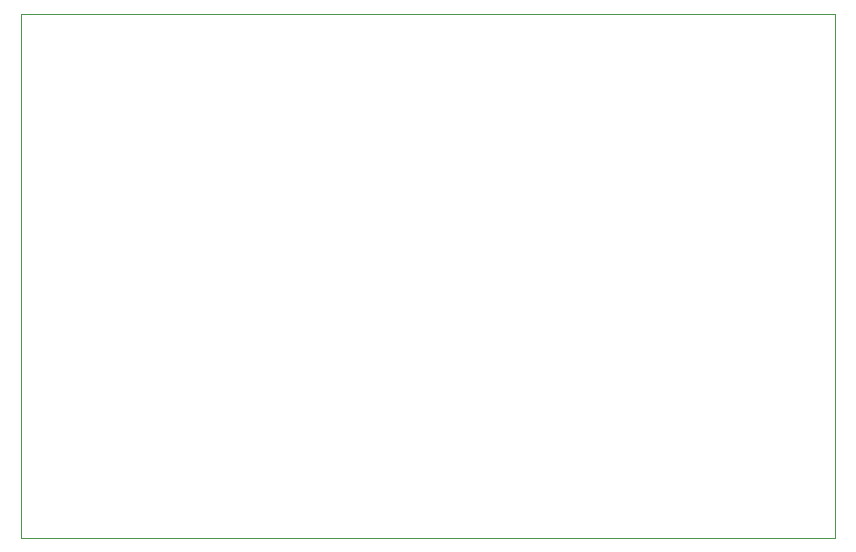
<source format=gbr>
%TF.GenerationSoftware,KiCad,Pcbnew,(5.1.10)-1*%
%TF.CreationDate,2021-10-23T23:50:14-04:00*%
%TF.ProjectId,pid_smt_oven,7069645f-736d-4745-9f6f-76656e2e6b69,rev?*%
%TF.SameCoordinates,Original*%
%TF.FileFunction,Profile,NP*%
%FSLAX46Y46*%
G04 Gerber Fmt 4.6, Leading zero omitted, Abs format (unit mm)*
G04 Created by KiCad (PCBNEW (5.1.10)-1) date 2021-10-23 23:50:14*
%MOMM*%
%LPD*%
G01*
G04 APERTURE LIST*
%TA.AperFunction,Profile*%
%ADD10C,0.100000*%
%TD*%
G04 APERTURE END LIST*
D10*
X72700000Y-4000000D02*
X72700000Y-48400000D01*
X3800000Y-4000000D02*
X72700000Y-4000000D01*
X3800000Y-48400000D02*
X3800000Y-4000000D01*
X72700000Y-48400000D02*
X3800000Y-48400000D01*
M02*

</source>
